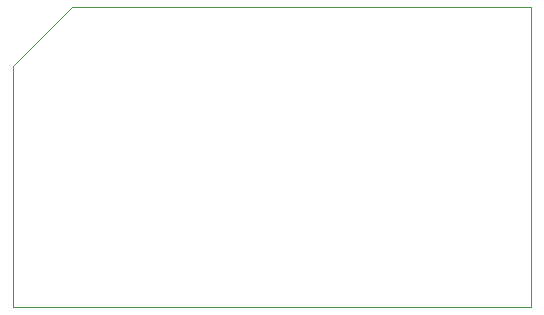
<source format=gm1>
%TF.GenerationSoftware,KiCad,Pcbnew,(5.1.9)-1*%
%TF.CreationDate,2021-02-11T09:32:34-08:00*%
%TF.ProjectId,KNH002rev4,4b4e4830-3032-4726-9576-342e6b696361,rev?*%
%TF.SameCoordinates,Original*%
%TF.FileFunction,Profile,NP*%
%FSLAX46Y46*%
G04 Gerber Fmt 4.6, Leading zero omitted, Abs format (unit mm)*
G04 Created by KiCad (PCBNEW (5.1.9)-1) date 2021-02-11 09:32:34*
%MOMM*%
%LPD*%
G01*
G04 APERTURE LIST*
%TA.AperFunction,Profile*%
%ADD10C,0.050000*%
%TD*%
G04 APERTURE END LIST*
D10*
X126568100Y-117698600D02*
X170434100Y-117698600D01*
X170434100Y-117698600D02*
X170434000Y-92308600D01*
X170434000Y-92308600D02*
X131568100Y-92308600D01*
X131568100Y-92308600D02*
X126568100Y-97308600D01*
X126568100Y-97308600D02*
X126568100Y-117698600D01*
M02*

</source>
